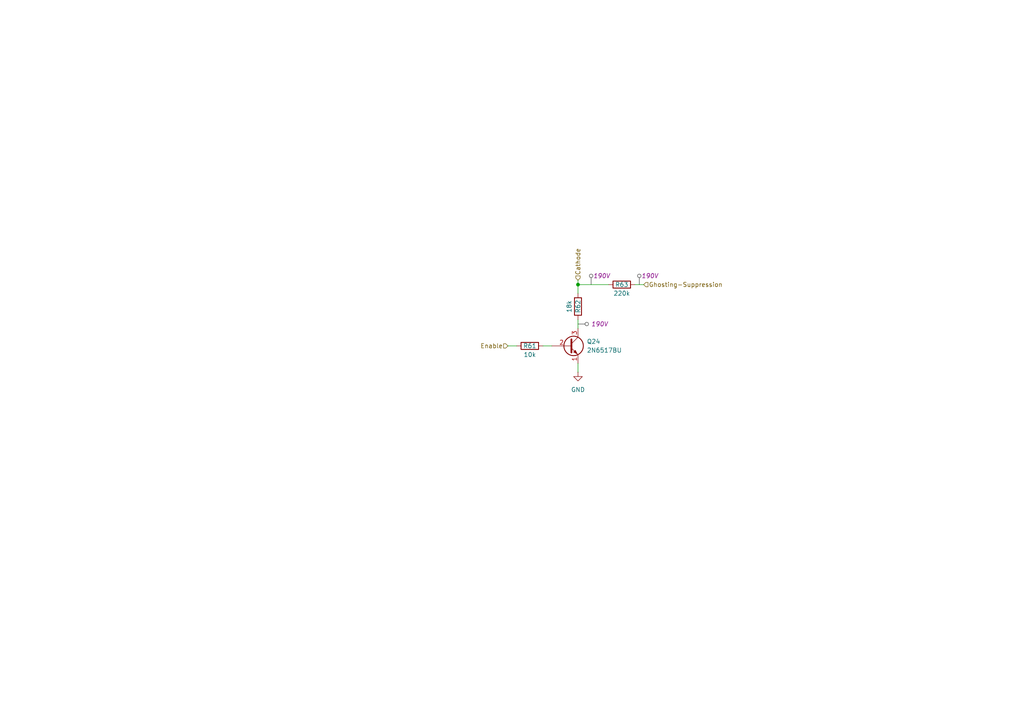
<source format=kicad_sch>
(kicad_sch (version 20231120) (generator "eeschema") (generator_version "8.0")
  (paper "A4")
  (lib_symbols
    (symbol "Device:Q_NPN_EBC" (pin_names (offset 0) hide)
      (property "Reference" "Q" (at 5.08 1.27 0))
      (property "Value" "Q_NPN_EBC" (at 5.08 -1.27 0))
      (symbol "Q_NPN_EBC_0_1"
        (polyline (pts (xy 0.635 0.635) (xy 2.54 2.54)))
        (polyline (pts (xy 0.635 -0.635) (xy 2.54 -2.54) (xy 2.54 -2.54)))
        (polyline (pts (xy 0.635 1.905) (xy 0.635 -1.905) (xy 0.635 -1.905)) (stroke (width 0.508)))
        (polyline (pts (xy 1.27 -1.778) (xy 1.778 -1.27) (xy 2.286 -2.286) (xy 1.27 -1.778) (xy 1.27 -1.778)) (fill (type outline)))
        (circle (center 1.27 0) (radius 2.8194) (stroke (width 0.254)))
      )
      (symbol "Q_NPN_EBC_1_1"
        (pin passive line (at 2.54 -5.08 90) (length 2.54) (name "E") (number "1"))
        (pin passive line (at -5.08 0 0) (length 5.715) (name "B") (number "2"))
        (pin passive line (at 2.54 5.08 270) (length 2.54) (name "C") (number "3"))
      )
    )
    (symbol "Device:R" (pin_numbers hide) (pin_names (offset 0))
      (property "Reference" "R" (at 2.032 0 90))
      (property "Value" "R" (at 0 0 90))
      (symbol "R_0_1"
        (rectangle (start -1.016 -2.54) (end 1.016 2.54) (stroke (width 0.254)))
      )
      (symbol "R_1_1"
        (pin passive line (at 0 3.81 270) (length 1.27) (name "~") (number "1"))
        (pin passive line (at 0 -3.81 90) (length 1.27) (name "~") (number "2"))
      )
    )
    (symbol "power:GND" (power) (pin_numbers hide) (pin_names (offset 0) hide)
      (property "Value" "GND" (at 0 -3.81 0))
      (symbol "GND_0_1"
        (polyline (pts (xy 0 0) (xy 0 -1.27) (xy 1.27 -1.27) (xy 0 -2.54) (xy -1.27 -1.27) (xy 0 -1.27)))
      )
      (symbol "GND_1_1"
        (pin power_in line (at 0 0 270) (length 0) (name "~") (number "1"))
      )
    )
  )
  (junction (at 167.64 82.55))
  (wire (pts (xy 184.15 82.55) (xy 186.69 82.55)))
  (wire (pts (xy 147.32 100.33) (xy 149.86 100.33)))
  (wire (pts (xy 167.64 92.71) (xy 167.64 95.25)))
  (wire (pts (xy 157.48 100.33) (xy 160.02 100.33)))
  (wire (pts (xy 167.64 81.28) (xy 167.64 82.55)))
  (wire (pts (xy 167.64 105.41) (xy 167.64 107.95)))
  (wire (pts (xy 167.64 82.55) (xy 176.53 82.55)))
  (wire (pts (xy 167.64 82.55) (xy 167.64 85.09)))
  (hierarchical_label "Ghosting-Suppression" (shape input) (at 186.69 82.55 0))
  (hierarchical_label "Enable" (shape input) (at 147.32 100.33 180))
  (hierarchical_label "Cathode" (shape input) (at 167.64 81.28 90))
  (netclass_flag "" (length 2.54) (shape round) (at 185.42 82.55 0) (property "Netclass" "190V" (at 186.0296 80.01 0) (effects (font (italic yes)) (justify left))))
  (netclass_flag "" (length 2.54) (shape round) (at 171.45 82.55 0) (property "Netclass" "190V" (at 172.0596 80.01 0) (effects (font (italic yes)) (justify left))))
  (netclass_flag "" (length 2.54) (shape round) (at 167.64 93.98 270) (property "Netclass" "190V" (at 171.45 93.98 0) (effects (font (italic yes)) (justify left))))
  (symbol (lib_id "Device:R") (at 180.34 82.55 90) (unit 1)
    (property "Reference" "R63" (at 180.34 82.55 90))
    (property "Value" "220k" (at 180.34 85.09 90))
    (property "Footprint" "Resistor_SMD:R_1206_3216Metric_Pad1.30x1.75mm_HandSolder" (effects (hide yes)))
    (property "Description" "Resistor" (effects (hide yes)))
    (instances (project "nixie-clock" (path "" (reference "R63") (unit 1)) (path "" (reference "R66") (unit 1))))
  )
  (symbol (lib_id "Device:Q_NPN_EBC") (at 165.1 100.33 0) (unit 1)
    (property "Reference" "Q24" (at 170.18 99.0599 0) (effects (justify left)))
    (property "Value" "2N6517BU" (at 170.18 101.5999 0) (effects (justify left)))
    (property "Footprint" "Package_TO_SOT_THT:TO-92_Wide" (effects (hide yes)))
    (property "Datasheet" "https://www.onsemi.com/pdf/datasheet/2n6515-d.pdf" (effects (hide yes)))
    (property "Description" "NPN transistor, emitter/base/collector" (effects (hide yes)))
    (instances (project "nixie-clock" (path "" (reference "Q24") (unit 1)) (path "" (reference "Q25") (unit 1))))
  )
  (symbol (lib_id "power:GND") (at 167.64 107.95 0) (unit 1)
    (property "Reference" "#PWR071" (effects (hide yes)))
    (property "Value" "GND" (at 167.64 113.03 0))
    (property "Description" "Power symbol creates a global label with name \"GND\" , ground" (effects (hide yes)))
    (instances (project "nixie-clock" (path "" (reference "#PWR071") (unit 1)) (path "" (reference "#PWR072") (unit 1))))
  )
  (symbol (lib_id "Device:R") (at 167.64 88.9 180) (unit 1)
    (property "Reference" "R62" (at 167.64 88.9 90))
    (property "Value" "18k" (at 165.1 88.9 90))
    (property "Footprint" "Resistor_SMD:R_1206_3216Metric_Pad1.30x1.75mm_HandSolder" (effects (hide yes)))
    (property "Description" "Resistor" (effects (hide yes)))
    (instances (project "nixie-clock" (path "" (reference "R62") (unit 1)) (path "" (reference "R65") (unit 1))))
  )
  (symbol (lib_id "Device:R") (at 153.67 100.33 90) (unit 1)
    (property "Reference" "R61" (at 153.67 100.33 90))
    (property "Value" "10k" (at 153.67 102.87 90))
    (property "Footprint" "Resistor_SMD:R_0603_1608Metric_Pad0.98x0.95mm_HandSolder" (effects (hide yes)))
    (property "Description" "Resistor" (effects (hide yes)))
    (instances (project "nixie-clock" (path "" (reference "R61") (unit 1)) (path "" (reference "R64") (unit 1))))
  )
)
</source>
